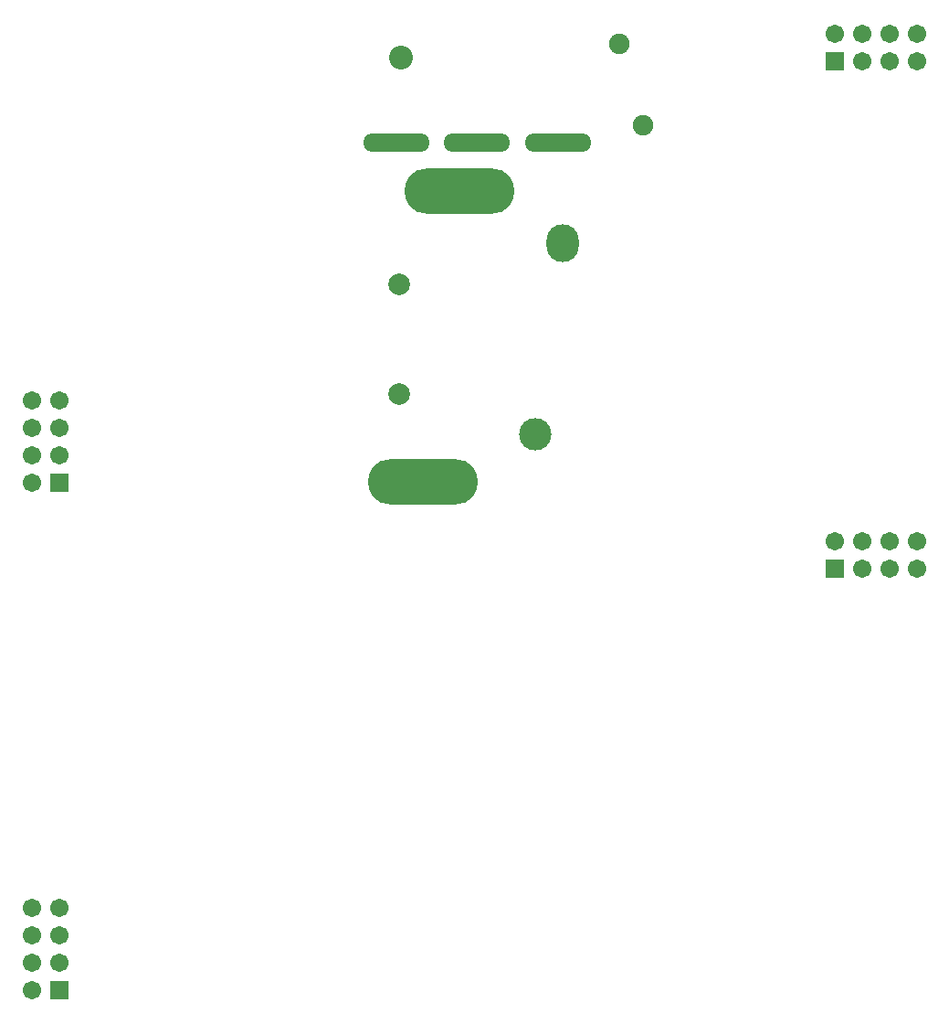
<source format=gbs>
G04 Layer_Color=16711935*
%FSLAX44Y44*%
%MOMM*%
G71*
G01*
G75*
%ADD63O,3.0000X3.5000*%
%ADD64C,3.0000*%
%ADD65C,2.0000*%
%ADD102C,1.7032*%
%ADD103R,1.7032X1.7032*%
%ADD104R,1.7032X1.7032*%
%ADD105O,10.2032X4.2032*%
%ADD106C,2.2032*%
%ADD107C,1.9032*%
%ADD108O,6.2032X1.7032*%
D63*
X1101022Y1022429D02*
D03*
D64*
X1075622Y845429D02*
D03*
D65*
X949002Y984429D02*
D03*
X949022Y882429D02*
D03*
D102*
X1429554Y746289D02*
D03*
Y720889D02*
D03*
X1404154Y746289D02*
D03*
Y720889D02*
D03*
X1378754Y746289D02*
D03*
Y720889D02*
D03*
X1353354Y746289D02*
D03*
X608880Y406437D02*
D03*
X634280D02*
D03*
X608880Y381037D02*
D03*
X634280D02*
D03*
X608880Y355637D02*
D03*
X634280D02*
D03*
X608880Y330237D02*
D03*
X608804Y800329D02*
D03*
X634204Y825729D02*
D03*
X608804D02*
D03*
X634204Y851129D02*
D03*
X608804D02*
D03*
X634204Y876529D02*
D03*
X608804D02*
D03*
X1353403Y1216129D02*
D03*
X1378803Y1190729D02*
D03*
Y1216129D02*
D03*
X1404203Y1190729D02*
D03*
Y1216129D02*
D03*
X1429603Y1190729D02*
D03*
Y1216129D02*
D03*
D103*
X1353354Y720889D02*
D03*
X1353403Y1190729D02*
D03*
D104*
X634280Y330237D02*
D03*
X634204Y800329D02*
D03*
D105*
X971520Y800855D02*
D03*
X1004994Y1070659D02*
D03*
D106*
X950638Y1194357D02*
D03*
D107*
X1153174Y1206619D02*
D03*
X1175174Y1131619D02*
D03*
D108*
X1096505Y1115433D02*
D03*
X1021505D02*
D03*
X946505D02*
D03*
M02*

</source>
